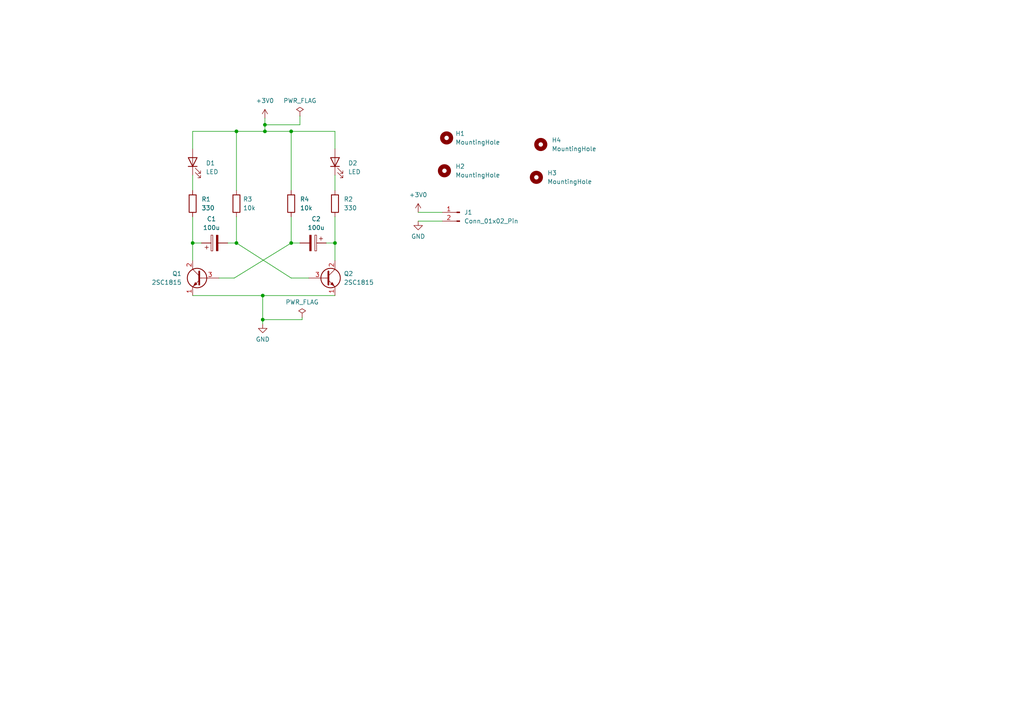
<source format=kicad_sch>
(kicad_sch (version 20230121) (generator eeschema)
  (paper "A4")
  (lib_symbols
    (symbol "Connector:Conn_01x02_Pin" (pin_names (offset 1.016) hide)
      (property "Reference" "J" (at 0 2.54 0))
      (property "Value" "Conn_01x02_Pin" (at 0 -5.08 0))
      (symbol "Conn_01x02_Pin_1_1"
        (polyline (pts (xy 1.27 -2.54) (xy 0.8636 -2.54)) (stroke (width 0.1524)))
        (polyline (pts (xy 1.27 0) (xy 0.8636 0)) (stroke (width 0.1524)))
        (rectangle (start 0.8636 -2.413) (end 0 -2.667) (stroke (width 0.1524)) (fill (type outline)))
        (rectangle (start 0.8636 0.127) (end 0 -0.127) (stroke (width 0.1524)) (fill (type outline)))
        (pin passive line (at 5.08 0 180) (length 3.81) (name "Pin_1") (number "1"))
        (pin passive line (at 5.08 -2.54 180) (length 3.81) (name "Pin_2") (number "2"))
      )
    )
    (symbol "Device:C_Polarized" (pin_numbers hide) (pin_names (offset 0.254))
      (property "Reference" "C" (at 0.635 2.54 0))
      (property "Value" "C_Polarized" (at 0.635 -2.54 0))
      (symbol "C_Polarized_0_1"
        (rectangle (start -2.286 0.508) (end 2.286 1.016))
        (polyline (pts (xy -1.778 2.286) (xy -0.762 2.286)))
        (polyline (pts (xy -1.27 2.794) (xy -1.27 1.778)))
        (rectangle (start 2.286 -0.508) (end -2.286 -1.016) (fill (type outline)))
      )
      (symbol "C_Polarized_1_1"
        (pin passive line (at 0 3.81 270) (length 2.794) (name "~") (number "1"))
        (pin passive line (at 0 -3.81 90) (length 2.794) (name "~") (number "2"))
      )
    )
    (symbol "Device:LED" (pin_numbers hide) (pin_names (offset 1.016) hide)
      (property "Reference" "D" (at 0 2.54 0))
      (property "Value" "LED" (at 0 -2.54 0))
      (symbol "LED_0_1"
        (polyline (pts (xy -1.27 -1.27) (xy -1.27 1.27)) (stroke (width 0.254)))
        (polyline (pts (xy -1.27 0) (xy 1.27 0)))
        (polyline (pts (xy 1.27 -1.27) (xy 1.27 1.27) (xy -1.27 0) (xy 1.27 -1.27)) (stroke (width 0.254)))
        (polyline (pts (xy -3.048 -0.762) (xy -4.572 -2.286) (xy -3.81 -2.286) (xy -4.572 -2.286) (xy -4.572 -1.524)))
        (polyline (pts (xy -1.778 -0.762) (xy -3.302 -2.286) (xy -2.54 -2.286) (xy -3.302 -2.286) (xy -3.302 -1.524)))
      )
      (symbol "LED_1_1"
        (pin passive line (at -3.81 0 0) (length 2.54) (name "K") (number "1"))
        (pin passive line (at 3.81 0 180) (length 2.54) (name "A") (number "2"))
      )
    )
    (symbol "Device:R" (pin_numbers hide) (pin_names (offset 0))
      (property "Reference" "R" (at 2.032 0 90))
      (property "Value" "R" (at 0 0 90))
      (symbol "R_0_1"
        (rectangle (start -1.016 -2.54) (end 1.016 2.54) (stroke (width 0.254)))
      )
      (symbol "R_1_1"
        (pin passive line (at 0 3.81 270) (length 1.27) (name "~") (number "1"))
        (pin passive line (at 0 -3.81 90) (length 1.27) (name "~") (number "2"))
      )
    )
    (symbol "Mechanical:MountingHole" (pin_names (offset 1.016))
      (property "Reference" "H" (at 0 5.08 0))
      (property "Value" "MountingHole" (at 0 3.175 0))
      (symbol "MountingHole_0_1"
        (circle (center 0 0) (radius 1.27) (stroke (width 1.27)))
      )
    )
    (symbol "Transistor_BJT:2SC1815" (pin_names (offset 0) hide)
      (property "Reference" "Q" (at 5.08 1.905 0))
      (property "Value" "2SC1815" (at 5.08 0 0))
      (symbol "2SC1815_0_1"
        (polyline (pts (xy 0 0) (xy 0.508 0)))
        (polyline (pts (xy 0.635 0.635) (xy 2.54 2.54)))
        (polyline (pts (xy 0.635 -0.635) (xy 2.54 -2.54) (xy 2.54 -2.54)))
        (polyline (pts (xy 0.635 1.905) (xy 0.635 -1.905) (xy 0.635 -1.905)) (stroke (width 0.508)))
        (polyline (pts (xy 1.27 -1.778) (xy 1.778 -1.27) (xy 2.286 -2.286) (xy 1.27 -1.778) (xy 1.27 -1.778)) (fill (type outline)))
        (circle (center 1.27 0) (radius 2.8194) (stroke (width 0.254)))
      )
      (symbol "2SC1815_1_1"
        (pin passive line (at 2.54 -5.08 90) (length 2.54) (name "E") (number "1"))
        (pin passive line (at 2.54 5.08 270) (length 2.54) (name "C") (number "2"))
        (pin input line (at -5.08 0 0) (length 5.08) (name "B") (number "3"))
      )
    )
    (symbol "power:+3V0" (power) (pin_names (offset 0))
      (property "Value" "+3V0" (at 0 3.556 0))
      (symbol "+3V0_0_1"
        (polyline (pts (xy -0.762 1.27) (xy 0 2.54)))
        (polyline (pts (xy 0 0) (xy 0 2.54)))
        (polyline (pts (xy 0 2.54) (xy 0.762 1.27)))
      )
      (symbol "+3V0_1_1"
        (pin power_in line (at 0 0 90) (length 0) hide (name "+3V0") (number "1"))
      )
    )
    (symbol "power:GND" (power) (pin_names (offset 0))
      (property "Value" "GND" (at 0 -3.81 0))
      (symbol "GND_0_1"
        (polyline (pts (xy 0 0) (xy 0 -1.27) (xy 1.27 -1.27) (xy 0 -2.54) (xy -1.27 -1.27) (xy 0 -1.27)))
      )
      (symbol "GND_1_1"
        (pin power_in line (at 0 0 270) (length 0) hide (name "GND") (number "1"))
      )
    )
    (symbol "power:PWR_FLAG" (power) (pin_numbers hide) (pin_names (offset 0) hide)
      (property "Value" "PWR_FLAG" (at 0 3.81 0))
      (symbol "PWR_FLAG_0_0"
        (pin power_out line (at 0 0 90) (length 0) (name "pwr") (number "1"))
      )
      (symbol "PWR_FLAG_0_1"
        (polyline (pts (xy 0 0) (xy 0 1.27) (xy -1.016 1.905) (xy 0 2.54) (xy 1.016 1.905) (xy 0 1.27)))
      )
    )
  )
  (junction (at 68.58 38.1))
  (junction (at 55.88 70.485))
  (junction (at 76.835 38.1))
  (junction (at 84.455 38.1))
  (junction (at 84.455 70.485))
  (junction (at 76.2 85.725))
  (junction (at 97.155 70.485))
  (junction (at 76.835 36.195))
  (junction (at 76.2 92.71))
  (junction (at 68.58 70.485))
  (wire (pts (xy 76.835 38.1) (xy 84.455 38.1)))
  (wire (pts (xy 97.155 62.865) (xy 97.155 70.485)))
  (wire (pts (xy 68.58 38.1) (xy 68.58 55.245)))
  (wire (pts (xy 97.155 70.485) (xy 97.155 75.565)))
  (wire (pts (xy 86.995 36.195) (xy 76.835 36.195)))
  (wire (pts (xy 67.945 80.645) (xy 84.455 70.485)))
  (wire (pts (xy 55.88 70.485) (xy 55.88 75.565)))
  (wire (pts (xy 86.995 70.485) (xy 84.455 70.485)))
  (wire (pts (xy 84.455 80.645) (xy 89.535 80.645)))
  (wire (pts (xy 84.455 38.1) (xy 84.455 55.245)))
  (wire (pts (xy 55.88 85.725) (xy 76.2 85.725)))
  (wire (pts (xy 94.615 70.485) (xy 97.155 70.485)))
  (wire (pts (xy 55.88 50.8) (xy 55.88 55.245)))
  (wire (pts (xy 121.285 61.595) (xy 128.27 61.595)))
  (wire (pts (xy 63.5 80.645) (xy 67.945 80.645)))
  (wire (pts (xy 76.2 85.725) (xy 97.155 85.725)))
  (wire (pts (xy 121.285 64.135) (xy 128.27 64.135)))
  (wire (pts (xy 76.835 34.29) (xy 76.835 36.195)))
  (wire (pts (xy 55.88 70.485) (xy 58.42 70.485)))
  (wire (pts (xy 55.88 38.1) (xy 55.88 43.18)))
  (wire (pts (xy 55.88 38.1) (xy 68.58 38.1)))
  (wire (pts (xy 87.63 92.71) (xy 76.2 92.71)))
  (wire (pts (xy 86.995 33.655) (xy 86.995 36.195)))
  (wire (pts (xy 68.58 62.865) (xy 68.58 70.485)))
  (wire (pts (xy 84.455 38.1) (xy 97.155 38.1)))
  (wire (pts (xy 84.455 62.865) (xy 84.455 70.485)))
  (wire (pts (xy 76.835 36.195) (xy 76.835 38.1)))
  (wire (pts (xy 87.63 92.075) (xy 87.63 92.71)))
  (wire (pts (xy 76.2 92.71) (xy 76.2 85.725)))
  (wire (pts (xy 84.455 80.645) (xy 68.58 70.485)))
  (wire (pts (xy 97.155 38.1) (xy 97.155 43.18)))
  (wire (pts (xy 97.155 50.8) (xy 97.155 55.245)))
  (wire (pts (xy 76.2 93.98) (xy 76.2 92.71)))
  (wire (pts (xy 68.58 38.1) (xy 76.835 38.1)))
  (wire (pts (xy 55.88 62.865) (xy 55.88 70.485)))
  (wire (pts (xy 66.04 70.485) (xy 68.58 70.485)))
  (symbol (lib_id "Device:R") (at 84.455 59.055 0) (unit 1)
    (property "Reference" "R4" (at 86.995 57.785 0) (effects (justify left)))
    (property "Value" "10k" (at 86.995 60.325 0) (effects (justify left)))
    (property "Footprint" "Resistor_THT:R_Axial_DIN0207_L6.3mm_D2.5mm_P10.16mm_Horizontal" (effects hide))
  )
  (symbol (lib_id "Connector:Conn_01x02_Pin") (at 133.35 61.595 0) (mirror y) (unit 1)
    (property "Reference" "J1" (at 134.62 61.595 0) (effects (justify right)))
    (property "Value" "Conn_01x02_Pin" (at 134.62 64.135 0) (effects (justify right)))
    (property "Footprint" "Connector_JST:JST_XH_B2B-XH-A_1x02_P2.50mm_Vertical" (effects hide))
  )
  (symbol (lib_id "Mechanical:MountingHole") (at 156.845 41.91 0) (unit 1)
    (property "Reference" "H4" (at 160.02 40.64 0) (effects (justify left)))
    (property "Value" "MountingHole" (at 160.02 43.18 0) (effects (justify left)))
    (property "Footprint" "MountingHole:MountingHole_3.2mm_M3" (effects hide))
  )
  (symbol (lib_id "Mechanical:MountingHole") (at 129.54 40.005 0) (unit 1)
    (property "Reference" "H1" (at 132.08 38.735 0) (effects (justify left)))
    (property "Value" "MountingHole" (at 132.08 41.275 0) (effects (justify left)))
    (property "Footprint" "MountingHole:MountingHole_3.2mm_M3" (effects hide))
  )
  (symbol (lib_id "power:GND") (at 121.285 64.135 0) (unit 1)
    (property "Reference" "#PWR04" (effects hide))
    (property "Value" "GND" (at 121.285 68.58 0))
  )
  (symbol (lib_id "Device:C_Polarized") (at 62.23 70.485 90) (unit 1)
    (property "Reference" "C1" (at 61.341 63.5 90))
    (property "Value" "100u" (at 61.341 66.04 90))
    (property "Footprint" "Capacitor_THT:CP_Radial_D5.0mm_P2.50mm" (effects hide))
  )
  (symbol (lib_id "Mechanical:MountingHole") (at 128.905 49.53 0) (unit 1)
    (property "Reference" "H2" (at 132.08 48.26 0) (effects (justify left)))
    (property "Value" "MountingHole" (at 132.08 50.8 0) (effects (justify left)))
    (property "Footprint" "MountingHole:MountingHole_3.2mm_M3" (effects hide))
  )
  (symbol (lib_id "Device:R") (at 97.155 59.055 0) (unit 1)
    (property "Reference" "R2" (at 99.695 57.785 0) (effects (justify left)))
    (property "Value" "330" (at 99.695 60.325 0) (effects (justify left)))
    (property "Footprint" "Resistor_THT:R_Axial_DIN0207_L6.3mm_D2.5mm_P10.16mm_Horizontal" (effects hide))
  )
  (symbol (lib_id "power:PWR_FLAG") (at 86.995 33.655 0) (unit 1)
    (property "Reference" "#FLG01" (effects hide))
    (property "Value" "PWR_FLAG" (at 86.995 29.21 0))
  )
  (symbol (lib_id "Transistor_BJT:2SC1815") (at 58.42 80.645 0) (mirror y) (unit 1)
    (property "Reference" "Q1" (at 52.705 79.375 0) (effects (justify left)))
    (property "Value" "2SC1815" (at 52.705 81.915 0) (effects (justify left)))
    (property "Footprint" "Package_TO_SOT_THT:TO-92L_Inline_Wide" (effects hide))
    (property "Datasheet" "https://media.digikey.com/pdf/Data%20Sheets/Toshiba%20PDFs/2SC1815.pdf" (effects hide))
  )
  (symbol (lib_id "Device:R") (at 55.88 59.055 0) (unit 1)
    (property "Reference" "R1" (at 58.42 57.785 0) (effects (justify left)))
    (property "Value" "330" (at 58.42 60.325 0) (effects (justify left)))
    (property "Footprint" "Resistor_THT:R_Axial_DIN0207_L6.3mm_D2.5mm_P10.16mm_Horizontal" (effects hide))
  )
  (symbol (lib_id "Transistor_BJT:2SC1815") (at 94.615 80.645 0) (unit 1)
    (property "Reference" "Q2" (at 99.695 79.375 0) (effects (justify left)))
    (property "Value" "2SC1815" (at 99.695 81.915 0) (effects (justify left)))
    (property "Footprint" "Package_TO_SOT_THT:TO-92L_Inline_Wide" (effects hide))
    (property "Datasheet" "https://media.digikey.com/pdf/Data%20Sheets/Toshiba%20PDFs/2SC1815.pdf" (effects hide))
  )
  (symbol (lib_id "power:PWR_FLAG") (at 87.63 92.075 0) (unit 1)
    (property "Reference" "#FLG02" (effects hide))
    (property "Value" "PWR_FLAG" (at 87.63 87.63 0))
  )
  (symbol (lib_id "power:GND") (at 76.2 93.98 0) (unit 1)
    (property "Reference" "#PWR02" (effects hide))
    (property "Value" "GND" (at 76.2 98.425 0))
  )
  (symbol (lib_id "Device:C_Polarized") (at 90.805 70.485 270) (unit 1)
    (property "Reference" "C2" (at 91.694 63.5 90))
    (property "Value" "100u" (at 91.694 66.04 90))
    (property "Footprint" "Capacitor_THT:CP_Radial_D5.0mm_P2.50mm" (effects hide))
  )
  (symbol (lib_id "Device:R") (at 68.58 59.055 0) (unit 1)
    (property "Reference" "R3" (at 70.485 57.785 0) (effects (justify left)))
    (property "Value" "10k" (at 70.485 60.325 0) (effects (justify left)))
    (property "Footprint" "Resistor_THT:R_Axial_DIN0207_L6.3mm_D2.5mm_P10.16mm_Horizontal" (effects hide))
  )
  (symbol (lib_id "Device:LED") (at 55.88 46.99 90) (unit 1)
    (property "Reference" "D1" (at 59.69 47.3075 90) (effects (justify right)))
    (property "Value" "LED" (at 59.69 49.8475 90) (effects (justify right)))
    (property "Footprint" "LED_THT:LED_D5.0mm" (effects hide))
  )
  (symbol (lib_id "power:+3V0") (at 76.835 34.29 0) (unit 1)
    (property "Reference" "#PWR01" (effects hide))
    (property "Value" "+3V0" (at 76.835 29.21 0))
  )
  (symbol (lib_id "Device:LED") (at 97.155 46.99 90) (unit 1)
    (property "Reference" "D2" (at 100.965 47.3075 90) (effects (justify right)))
    (property "Value" "LED" (at 100.965 49.8475 90) (effects (justify right)))
    (property "Footprint" "LED_THT:LED_D5.0mm" (effects hide))
  )
  (symbol (lib_id "Mechanical:MountingHole") (at 155.575 51.435 0) (unit 1)
    (property "Reference" "H3" (at 158.75 50.165 0) (effects (justify left)))
    (property "Value" "MountingHole" (at 158.75 52.705 0) (effects (justify left)))
    (property "Footprint" "MountingHole:MountingHole_3.2mm_M3" (effects hide))
  )
  (symbol (lib_id "power:+3V0") (at 121.285 61.595 0) (unit 1)
    (property "Reference" "#PWR03" (effects hide))
    (property "Value" "+3V0" (at 121.285 56.515 0))
  )
)
</source>
